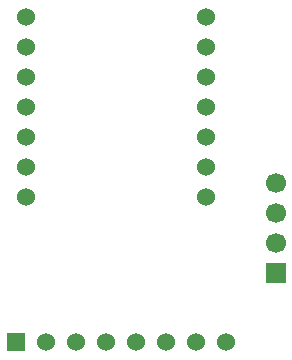
<source format=gbs>
G04 #@! TF.GenerationSoftware,KiCad,Pcbnew,9.0.2*
G04 #@! TF.CreationDate,2025-06-11T04:48:02-04:00*
G04 #@! TF.ProjectId,HackCharm,4861636b-4368-4617-926d-2e6b69636164,rev?*
G04 #@! TF.SameCoordinates,Original*
G04 #@! TF.FileFunction,Soldermask,Bot*
G04 #@! TF.FilePolarity,Negative*
%FSLAX46Y46*%
G04 Gerber Fmt 4.6, Leading zero omitted, Abs format (unit mm)*
G04 Created by KiCad (PCBNEW 9.0.2) date 2025-06-11 04:48:02*
%MOMM*%
%LPD*%
G01*
G04 APERTURE LIST*
%ADD10R,1.524000X1.524000*%
%ADD11C,1.524000*%
%ADD12R,1.700000X1.700000*%
%ADD13C,1.700000*%
G04 APERTURE END LIST*
D10*
G04 #@! TO.C,U2*
X144618000Y-108320000D03*
D11*
X147158000Y-108320000D03*
X149698000Y-108320000D03*
X152238000Y-108320000D03*
X154778000Y-108320000D03*
X157318000Y-108320000D03*
X159858000Y-108320000D03*
X162398000Y-108320000D03*
G04 #@! TD*
G04 #@! TO.C,U1*
X145480000Y-80798500D03*
X145480000Y-83338500D03*
X145480000Y-85878500D03*
X145480000Y-88418500D03*
X145480000Y-90958500D03*
X145480000Y-93498500D03*
X145480000Y-96038500D03*
X160720000Y-96038500D03*
X160720000Y-93498500D03*
X160720000Y-90958500D03*
X160720000Y-88418500D03*
X160720000Y-85878500D03*
X160720000Y-83338500D03*
X160720000Y-80798500D03*
G04 #@! TD*
D12*
G04 #@! TO.C,J1*
X166600000Y-102450000D03*
D13*
X166600000Y-99910000D03*
X166600000Y-97370000D03*
X166600000Y-94830000D03*
G04 #@! TD*
M02*

</source>
